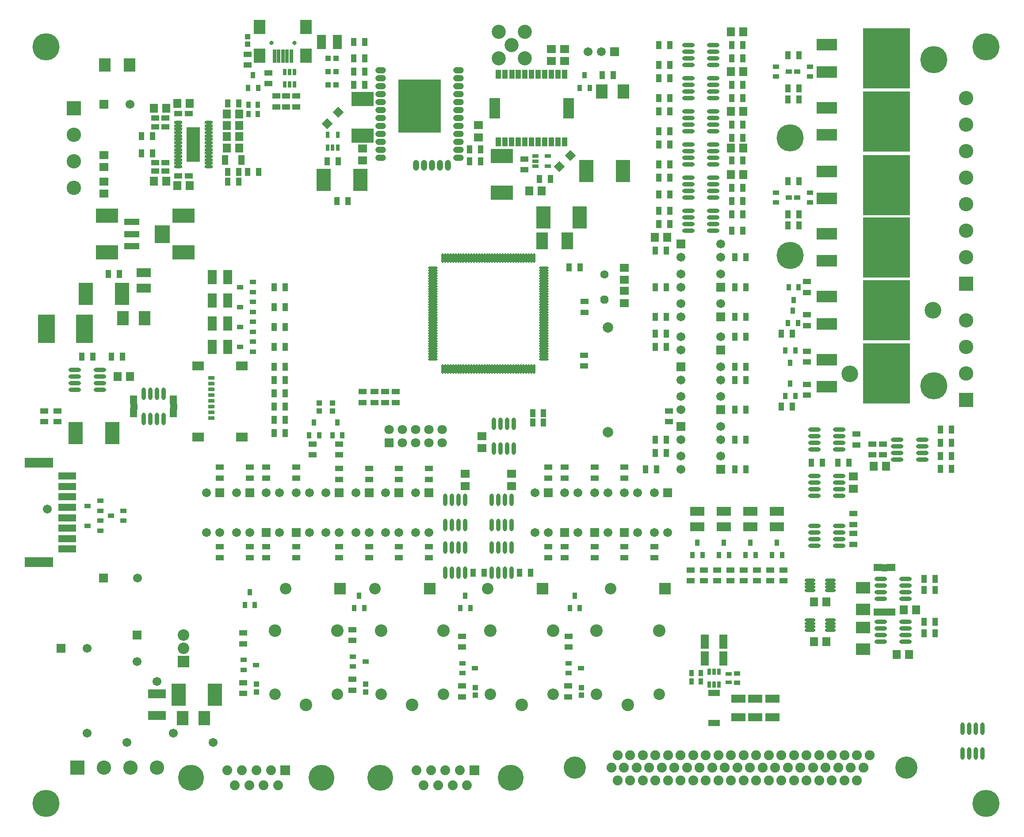
<source format=gts>
G04 Layer_Color=8388736*
%FSLAX24Y24*%
%MOIN*%
G70*
G01*
G75*
%ADD154C,0.0000*%
%ADD155R,0.0631X0.0415*%
%ADD156R,0.1025X0.2639*%
%ADD157O,0.0631X0.0257*%
%ADD158R,0.0612X0.0651*%
%ADD159R,0.0415X0.0592*%
%ADD160R,0.0592X0.0434*%
%ADD161R,0.0651X0.0612*%
%ADD162R,0.0454X0.0749*%
%ADD163R,0.0907X0.0986*%
%ADD164R,0.1143X0.0474*%
%ADD165R,0.1143X0.1379*%
%ADD166R,0.1694X0.1104*%
%ADD167O,0.0316X0.0946*%
%ADD168R,0.0592X0.0415*%
%ADD169R,0.0867X0.1064*%
%ADD170R,0.1580X0.0879*%
%ADD171R,0.3580X0.4580*%
%ADD172O,0.0828X0.0241*%
%ADD173O,0.0946X0.0316*%
%ADD174R,0.0395X0.0395*%
G04:AMPARAMS|DCode=175|XSize=47.4mil|YSize=80.8mil|CornerRadius=23.7mil|HoleSize=0mil|Usage=FLASHONLY|Rotation=90.000|XOffset=0mil|YOffset=0mil|HoleType=Round|Shape=RoundedRectangle|*
%AMROUNDEDRECTD175*
21,1,0.0474,0.0335,0,0,90.0*
21,1,0.0000,0.0808,0,0,90.0*
1,1,0.0474,0.0167,0.0000*
1,1,0.0474,0.0167,0.0000*
1,1,0.0474,-0.0167,0.0000*
1,1,0.0474,-0.0167,0.0000*
%
%ADD175ROUNDEDRECTD175*%
G04:AMPARAMS|DCode=176|XSize=47.4mil|YSize=80.8mil|CornerRadius=23.7mil|HoleSize=0mil|Usage=FLASHONLY|Rotation=180.000|XOffset=0mil|YOffset=0mil|HoleType=Round|Shape=RoundedRectangle|*
%AMROUNDEDRECTD176*
21,1,0.0474,0.0335,0,0,180.0*
21,1,0.0000,0.0808,0,0,180.0*
1,1,0.0474,0.0000,0.0167*
1,1,0.0474,0.0000,0.0167*
1,1,0.0474,0.0000,-0.0167*
1,1,0.0474,0.0000,-0.0167*
%
%ADD176ROUNDEDRECTD176*%
%ADD177R,0.3230X0.4017*%
%ADD178R,0.0671X0.1104*%
%ADD179R,0.0474X0.0316*%
%ADD180R,0.0828X0.1517*%
%ADD181R,0.0395X0.0671*%
%ADD182R,0.1104X0.1694*%
%ADD183O,0.0730X0.0198*%
%ADD184O,0.0198X0.0730*%
%ADD185R,0.0671X0.0572*%
%ADD186R,0.0572X0.0671*%
%ADD187R,0.1104X0.0671*%
%ADD188R,0.1340X0.0671*%
%ADD189R,0.0493X0.0316*%
%ADD190R,0.0867X0.0671*%
%ADD191P,0.0837X4X270.0*%
%ADD192R,0.0316X0.0474*%
%ADD193R,0.2167X0.0749*%
%ADD194R,0.1340X0.0552*%
%ADD195R,0.0907X0.1257*%
%ADD196R,0.1064X0.0867*%
%ADD197R,0.0395X0.0395*%
%ADD198R,0.1310X0.2180*%
%ADD199R,0.0474X0.0356*%
%ADD200R,0.0356X0.0474*%
%ADD201R,0.0375X0.0454*%
%ADD202R,0.0277X0.0986*%
%ADD203R,0.0454X0.0375*%
%ADD204R,0.0907X0.0474*%
%ADD205R,0.1104X0.0612*%
%ADD206R,0.0612X0.1104*%
%ADD207R,0.0454X0.0297*%
%ADD208R,0.0671X0.0671*%
%ADD209C,0.0671*%
%ADD210C,0.1080*%
%ADD211R,0.1080X0.1080*%
%ADD212C,0.0867*%
%ADD213C,0.0946*%
%ADD214C,0.2049*%
%ADD215R,0.0867X0.0867*%
%ADD216R,0.0671X0.0671*%
%ADD217R,0.1080X0.1080*%
%ADD218C,0.1064*%
%ADD219C,0.0789*%
%ADD220R,0.0867X0.0867*%
%ADD221C,0.0710*%
%ADD222R,0.0710X0.0710*%
%ADD223C,0.0631*%
%ADD224P,0.0683X8X112.5*%
%ADD225C,0.1954*%
%ADD226R,0.0745X0.0745*%
%ADD227C,0.0745*%
%ADD228C,0.1674*%
%ADD229C,0.0749*%
%ADD230C,0.0316*%
%ADD231C,0.0395*%
%ADD232C,0.1261*%
G36*
X7500Y27050D02*
X7000D01*
Y27450D01*
X7500D01*
Y27050D01*
D02*
G37*
G36*
X4500D02*
X4000D01*
Y27450D01*
X4500D01*
Y27050D01*
D02*
G37*
G36*
X61050Y14850D02*
X60650D01*
Y15350D01*
X61050D01*
Y14850D01*
D02*
G37*
G36*
Y11500D02*
X60650D01*
Y12000D01*
X61050D01*
Y11500D01*
D02*
G37*
D154*
X60650Y14850D02*
Y15350D01*
Y14850D02*
X61050D01*
Y15350D01*
X60650D02*
X61050D01*
Y11500D02*
Y12000D01*
X60650D02*
X61050D01*
X60650Y11500D02*
Y12000D01*
Y11500D02*
X61050D01*
X4000Y27050D02*
X4500D01*
Y27450D01*
X4000D02*
X4500D01*
X4000Y27050D02*
Y27450D01*
X7000Y27050D02*
X7500D01*
Y27450D01*
X7000D02*
X7500D01*
X7000Y27050D02*
Y27450D01*
D155*
X38200Y30306D02*
D03*
Y31094D02*
D03*
D156*
X8750Y47000D02*
D03*
D157*
X7589Y48663D02*
D03*
Y48407D02*
D03*
Y48152D02*
D03*
Y47896D02*
D03*
Y47640D02*
D03*
Y47384D02*
D03*
Y47128D02*
D03*
Y46872D02*
D03*
Y46616D02*
D03*
Y46360D02*
D03*
Y46104D02*
D03*
Y45848D02*
D03*
Y45593D02*
D03*
Y45337D02*
D03*
X9911Y48663D02*
D03*
Y48407D02*
D03*
Y48152D02*
D03*
Y47896D02*
D03*
Y47640D02*
D03*
Y47384D02*
D03*
Y47128D02*
D03*
Y46872D02*
D03*
Y46616D02*
D03*
Y46360D02*
D03*
Y46104D02*
D03*
Y45848D02*
D03*
Y45593D02*
D03*
Y45337D02*
D03*
D158*
X11287Y49300D02*
D03*
X12213D02*
D03*
X6713Y49750D02*
D03*
X5787D02*
D03*
X7537Y50100D02*
D03*
X8463D02*
D03*
X6713Y44250D02*
D03*
X5787D02*
D03*
X7537Y43900D02*
D03*
X8463D02*
D03*
X11287Y48450D02*
D03*
X12213D02*
D03*
X11287Y46750D02*
D03*
X12213D02*
D03*
X12213Y47600D02*
D03*
X11287D02*
D03*
X49287Y44750D02*
D03*
X50213D02*
D03*
X43537Y40000D02*
D03*
X44463D02*
D03*
X62300Y11900D02*
D03*
X63225D02*
D03*
X56463Y12500D02*
D03*
X55537D02*
D03*
X61787Y8550D02*
D03*
X62713D02*
D03*
X56463Y9500D02*
D03*
X55537D02*
D03*
X49287Y46750D02*
D03*
X50213D02*
D03*
Y49500D02*
D03*
X49287D02*
D03*
X60037Y22750D02*
D03*
X60963D02*
D03*
X50213Y55500D02*
D03*
X49287D02*
D03*
Y52500D02*
D03*
X50213D02*
D03*
X3963Y29500D02*
D03*
X3037D02*
D03*
X34087Y43500D02*
D03*
X35013D02*
D03*
D159*
X11337Y44950D02*
D03*
X12163D02*
D03*
X11337Y44200D02*
D03*
X12163D02*
D03*
X4837Y46350D02*
D03*
X5663D02*
D03*
X13663Y44950D02*
D03*
X12837D02*
D03*
X4837Y47650D02*
D03*
X5663D02*
D03*
X11337Y50100D02*
D03*
X12163D02*
D03*
X34163Y14700D02*
D03*
X33337D02*
D03*
X30663D02*
D03*
X29837D02*
D03*
X40413Y52250D02*
D03*
X39587D02*
D03*
X65913Y22550D02*
D03*
X65087D02*
D03*
X15663Y30250D02*
D03*
X14837D02*
D03*
X15663Y29250D02*
D03*
X14837D02*
D03*
X15663Y28250D02*
D03*
X14837D02*
D03*
X15663Y27250D02*
D03*
X14837D02*
D03*
X15663Y25250D02*
D03*
X14837D02*
D03*
X15663Y26250D02*
D03*
X14837D02*
D03*
X44663Y43250D02*
D03*
X43837D02*
D03*
X44663Y44500D02*
D03*
X43837D02*
D03*
X50163Y42750D02*
D03*
X49337D02*
D03*
X50163Y43750D02*
D03*
X49337D02*
D03*
X63837Y13400D02*
D03*
X64663D02*
D03*
X43837Y41000D02*
D03*
X44663D02*
D03*
X63837Y14250D02*
D03*
X64663D02*
D03*
X50163Y40500D02*
D03*
X49337D02*
D03*
X63837Y11000D02*
D03*
X64663D02*
D03*
X63837Y10150D02*
D03*
X64663D02*
D03*
X29587Y45750D02*
D03*
X30413D02*
D03*
X20837Y51500D02*
D03*
X21663D02*
D03*
X20837Y52500D02*
D03*
X21663D02*
D03*
X20837Y53500D02*
D03*
X21663D02*
D03*
X44663Y45500D02*
D03*
X43837D02*
D03*
X44663Y47000D02*
D03*
X43837D02*
D03*
X65913Y25500D02*
D03*
X65087D02*
D03*
X44663Y48000D02*
D03*
X43837D02*
D03*
X65087Y24500D02*
D03*
X65913D02*
D03*
X44663Y49500D02*
D03*
X43837D02*
D03*
X50163Y45800D02*
D03*
X49337D02*
D03*
X50163Y47500D02*
D03*
X49337D02*
D03*
X50163Y48500D02*
D03*
X49337D02*
D03*
X58163Y23000D02*
D03*
X57337D02*
D03*
X56163D02*
D03*
X55337D02*
D03*
X65913Y23500D02*
D03*
X65087D02*
D03*
X50413Y34000D02*
D03*
X49587D02*
D03*
X43587D02*
D03*
X44413D02*
D03*
X49587Y38500D02*
D03*
X50413D02*
D03*
X44413Y39000D02*
D03*
X43587D02*
D03*
X50413Y36250D02*
D03*
X49587D02*
D03*
X43587D02*
D03*
X44413D02*
D03*
X53087Y32750D02*
D03*
X53913D02*
D03*
X50163Y51500D02*
D03*
X49337D02*
D03*
X44663Y50500D02*
D03*
X43837D02*
D03*
X53913Y27250D02*
D03*
X53087D02*
D03*
X44663Y52000D02*
D03*
X43837D02*
D03*
X49337Y50500D02*
D03*
X50163D02*
D03*
X54413Y40900D02*
D03*
X53587D02*
D03*
Y41750D02*
D03*
X54413D02*
D03*
X53587Y44250D02*
D03*
X54413D02*
D03*
X50163Y53500D02*
D03*
X49337D02*
D03*
X54413Y50400D02*
D03*
X53587D02*
D03*
X44663Y53000D02*
D03*
X43837D02*
D03*
X53587Y51250D02*
D03*
X54413D02*
D03*
Y53750D02*
D03*
X53587D02*
D03*
X44663Y54500D02*
D03*
X43837D02*
D03*
X49337D02*
D03*
X50163D02*
D03*
X29587Y46650D02*
D03*
X30413D02*
D03*
X49337Y41750D02*
D03*
X50163D02*
D03*
X44663Y42000D02*
D03*
X43837D02*
D03*
X34837Y44400D02*
D03*
X35663D02*
D03*
X14837Y31750D02*
D03*
X15663D02*
D03*
X14837Y33250D02*
D03*
X15663D02*
D03*
X14837Y34750D02*
D03*
X15663D02*
D03*
X14837Y36250D02*
D03*
X15663D02*
D03*
X19587Y42750D02*
D03*
X20413D02*
D03*
X50413Y30250D02*
D03*
X49587D02*
D03*
X2587Y31000D02*
D03*
X3413D02*
D03*
X337D02*
D03*
X1163D02*
D03*
X50413Y27000D02*
D03*
X49587D02*
D03*
X43663Y22500D02*
D03*
X42837D02*
D03*
X50413D02*
D03*
X49587D02*
D03*
X43587Y23750D02*
D03*
X44413D02*
D03*
X49587Y24750D02*
D03*
X50413D02*
D03*
X44413D02*
D03*
X43587D02*
D03*
X50413Y29250D02*
D03*
X49587D02*
D03*
X44413Y31750D02*
D03*
X43587D02*
D03*
X50413Y32500D02*
D03*
X49587D02*
D03*
X43587Y32750D02*
D03*
X44413D02*
D03*
X20837Y54750D02*
D03*
X21663D02*
D03*
X2337Y37250D02*
D03*
X3163D02*
D03*
X37087Y37750D02*
D03*
X37913D02*
D03*
X18837Y45750D02*
D03*
X19663D02*
D03*
X34324Y26045D02*
D03*
X35151D02*
D03*
X34324Y26745D02*
D03*
X35151D02*
D03*
D160*
X7606Y49350D02*
D03*
X8394D02*
D03*
X6644Y49000D02*
D03*
X5856D02*
D03*
X6644Y45000D02*
D03*
X5856D02*
D03*
X7606Y44650D02*
D03*
X8394D02*
D03*
X5856Y45650D02*
D03*
X6644D02*
D03*
X5856Y48350D02*
D03*
X6644D02*
D03*
D161*
X2000Y43287D02*
D03*
Y44213D02*
D03*
Y46213D02*
D03*
Y45287D02*
D03*
X32750Y21237D02*
D03*
Y22163D02*
D03*
X30250Y47537D02*
D03*
Y48463D02*
D03*
X36750Y54213D02*
D03*
Y53287D02*
D03*
X35750D02*
D03*
Y54213D02*
D03*
X29250Y21237D02*
D03*
Y22163D02*
D03*
X30500Y24087D02*
D03*
Y25013D02*
D03*
X58500Y21037D02*
D03*
Y21963D02*
D03*
X41250Y35037D02*
D03*
Y35963D02*
D03*
Y36787D02*
D03*
Y37713D02*
D03*
X21500Y46713D02*
D03*
Y45787D02*
D03*
D162*
X12360Y45850D02*
D03*
X11140D02*
D03*
D163*
X3935Y53000D02*
D03*
X2065D02*
D03*
D164*
X4089Y41156D02*
D03*
Y40250D02*
D03*
Y39344D02*
D03*
D165*
X6411Y40250D02*
D03*
D166*
X8000Y38872D02*
D03*
Y41628D02*
D03*
X2250Y38872D02*
D03*
Y41628D02*
D03*
X32000Y46128D02*
D03*
Y43372D02*
D03*
X21500Y50428D02*
D03*
Y47672D02*
D03*
D167*
X31750Y14705D02*
D03*
X32250D02*
D03*
X31250D02*
D03*
X32750D02*
D03*
X31250Y16595D02*
D03*
X31750D02*
D03*
X32250D02*
D03*
X32750D02*
D03*
Y20195D02*
D03*
X32250D02*
D03*
X31750D02*
D03*
X31250D02*
D03*
X32750Y18305D02*
D03*
X32250D02*
D03*
X31750D02*
D03*
X31250D02*
D03*
X5000Y26305D02*
D03*
X5500D02*
D03*
X6000D02*
D03*
X6500D02*
D03*
X5000Y28195D02*
D03*
X5500D02*
D03*
X6000D02*
D03*
X6500D02*
D03*
X32900Y25945D02*
D03*
X32400D02*
D03*
X31900D02*
D03*
X31400D02*
D03*
X32900Y24055D02*
D03*
X32400D02*
D03*
X31900D02*
D03*
X31400D02*
D03*
X27750Y14705D02*
D03*
X29250D02*
D03*
X27750Y16595D02*
D03*
X28250D02*
D03*
X28750D02*
D03*
X29250D02*
D03*
Y20195D02*
D03*
X28750D02*
D03*
X28250D02*
D03*
X27750D02*
D03*
X29250Y18305D02*
D03*
X28750D02*
D03*
X28250D02*
D03*
X27750D02*
D03*
X28750Y14705D02*
D03*
X28250D02*
D03*
X66750Y1055D02*
D03*
X67250D02*
D03*
X67750D02*
D03*
X68250D02*
D03*
X66750Y2945D02*
D03*
X67250D02*
D03*
X67750D02*
D03*
X68250D02*
D03*
D168*
X55000Y35837D02*
D03*
Y36663D02*
D03*
Y30587D02*
D03*
Y31413D02*
D03*
X38250Y34337D02*
D03*
Y35163D02*
D03*
X22000Y21737D02*
D03*
Y22563D02*
D03*
X14250Y16663D02*
D03*
Y15837D02*
D03*
X22000D02*
D03*
Y16663D02*
D03*
X14250Y22663D02*
D03*
Y21837D02*
D03*
X20750Y10413D02*
D03*
Y9587D02*
D03*
Y6663D02*
D03*
Y5837D02*
D03*
X19750Y21737D02*
D03*
Y22563D02*
D03*
X19750Y15837D02*
D03*
Y16663D02*
D03*
X12500Y10163D02*
D03*
Y9337D02*
D03*
Y6413D02*
D03*
Y5587D02*
D03*
X55000Y33337D02*
D03*
Y34163D02*
D03*
Y28087D02*
D03*
Y28913D02*
D03*
X21500Y28363D02*
D03*
Y27537D02*
D03*
X22400Y28363D02*
D03*
Y27537D02*
D03*
X23200Y28363D02*
D03*
Y27537D02*
D03*
X24000Y28363D02*
D03*
Y27537D02*
D03*
X33700Y45913D02*
D03*
Y45087D02*
D03*
X-2500Y26913D02*
D03*
Y26087D02*
D03*
X-1500Y26913D02*
D03*
Y26087D02*
D03*
X16500Y16663D02*
D03*
Y15837D02*
D03*
Y22663D02*
D03*
Y21837D02*
D03*
X43500Y16663D02*
D03*
Y15837D02*
D03*
X44600Y26087D02*
D03*
Y26913D02*
D03*
X36750Y15837D02*
D03*
Y16663D02*
D03*
Y22663D02*
D03*
Y21837D02*
D03*
X41250Y15837D02*
D03*
Y16663D02*
D03*
Y22663D02*
D03*
Y21837D02*
D03*
X35500D02*
D03*
Y22663D02*
D03*
Y15837D02*
D03*
Y16663D02*
D03*
X39000Y15837D02*
D03*
Y16663D02*
D03*
Y22663D02*
D03*
Y21837D02*
D03*
X26500Y21737D02*
D03*
Y22563D02*
D03*
X26500Y15837D02*
D03*
Y16663D02*
D03*
X37050Y9913D02*
D03*
Y9087D02*
D03*
X37000Y6163D02*
D03*
Y5337D02*
D03*
X10750Y21837D02*
D03*
Y22663D02*
D03*
Y15837D02*
D03*
Y16663D02*
D03*
X17750Y24413D02*
D03*
Y23587D02*
D03*
X29000Y6163D02*
D03*
Y5337D02*
D03*
Y9913D02*
D03*
Y9087D02*
D03*
X24250Y15837D02*
D03*
Y16663D02*
D03*
X24250Y21737D02*
D03*
Y22563D02*
D03*
X19750Y24413D02*
D03*
Y23587D02*
D03*
X51250Y14087D02*
D03*
Y14913D02*
D03*
X50250D02*
D03*
Y14087D02*
D03*
X49250D02*
D03*
Y14913D02*
D03*
X48250D02*
D03*
Y14087D02*
D03*
X46250Y14913D02*
D03*
Y14087D02*
D03*
X53250D02*
D03*
Y14913D02*
D03*
X52250D02*
D03*
Y14087D02*
D03*
X47250D02*
D03*
Y14913D02*
D03*
X13000Y15837D02*
D03*
Y16663D02*
D03*
Y21837D02*
D03*
Y22663D02*
D03*
X58500Y16837D02*
D03*
Y17663D02*
D03*
Y18337D02*
D03*
Y19163D02*
D03*
X60750Y24413D02*
D03*
Y23587D02*
D03*
X59950Y24413D02*
D03*
Y23587D02*
D03*
X58750Y25163D02*
D03*
Y24337D02*
D03*
X15000Y49837D02*
D03*
Y50663D02*
D03*
X15750Y49837D02*
D03*
Y50663D02*
D03*
X16500Y49837D02*
D03*
Y50663D02*
D03*
X14400Y52413D02*
D03*
Y51587D02*
D03*
X12850Y52987D02*
D03*
Y53813D02*
D03*
D169*
X39523Y51000D02*
D03*
X41177D02*
D03*
X9577Y3750D02*
D03*
X7923D02*
D03*
X5077Y33900D02*
D03*
X3423D02*
D03*
X13748Y53699D02*
D03*
X17252D02*
D03*
Y55864D02*
D03*
X13748D02*
D03*
D170*
X56500Y38228D02*
D03*
Y40272D02*
D03*
Y49772D02*
D03*
Y47728D02*
D03*
Y33478D02*
D03*
Y35522D02*
D03*
Y30772D02*
D03*
Y28728D02*
D03*
Y42928D02*
D03*
Y44972D02*
D03*
Y54522D02*
D03*
Y52478D02*
D03*
D171*
X61000Y39250D02*
D03*
Y48750D02*
D03*
Y34500D02*
D03*
Y29750D02*
D03*
Y43950D02*
D03*
Y53500D02*
D03*
D172*
X56778Y13366D02*
D03*
Y13622D02*
D03*
Y13878D02*
D03*
Y14134D02*
D03*
X55222Y13366D02*
D03*
Y13622D02*
D03*
Y13878D02*
D03*
Y14134D02*
D03*
X56778Y10366D02*
D03*
Y10622D02*
D03*
Y10878D02*
D03*
Y11134D02*
D03*
X55222Y10366D02*
D03*
Y10622D02*
D03*
Y10878D02*
D03*
Y11134D02*
D03*
D173*
X60555Y14250D02*
D03*
Y13750D02*
D03*
Y13250D02*
D03*
Y12750D02*
D03*
X62445Y14250D02*
D03*
Y13750D02*
D03*
Y13250D02*
D03*
Y12750D02*
D03*
Y9500D02*
D03*
Y10000D02*
D03*
Y10500D02*
D03*
Y11000D02*
D03*
X60555Y9500D02*
D03*
Y10000D02*
D03*
Y10500D02*
D03*
Y11000D02*
D03*
X55555Y22000D02*
D03*
Y21500D02*
D03*
Y21000D02*
D03*
Y20500D02*
D03*
X57445Y22000D02*
D03*
Y21500D02*
D03*
Y21000D02*
D03*
Y20500D02*
D03*
X61805Y24750D02*
D03*
Y24250D02*
D03*
Y23750D02*
D03*
Y23250D02*
D03*
X63695Y24750D02*
D03*
Y24250D02*
D03*
Y23750D02*
D03*
Y23250D02*
D03*
X55555Y25500D02*
D03*
Y25000D02*
D03*
Y24500D02*
D03*
Y24000D02*
D03*
X57445Y25500D02*
D03*
Y25000D02*
D03*
Y24500D02*
D03*
Y24000D02*
D03*
X1695Y28500D02*
D03*
Y29000D02*
D03*
Y29500D02*
D03*
Y30000D02*
D03*
X-195Y28500D02*
D03*
Y29000D02*
D03*
Y29500D02*
D03*
Y30000D02*
D03*
X47945Y43000D02*
D03*
Y43500D02*
D03*
Y44000D02*
D03*
Y44500D02*
D03*
X46055Y43000D02*
D03*
Y43500D02*
D03*
Y44000D02*
D03*
Y44500D02*
D03*
X47945Y40500D02*
D03*
Y41000D02*
D03*
Y41500D02*
D03*
Y42000D02*
D03*
X46055Y40500D02*
D03*
Y41000D02*
D03*
Y41500D02*
D03*
Y42000D02*
D03*
X47945Y45500D02*
D03*
Y46000D02*
D03*
Y46500D02*
D03*
Y47000D02*
D03*
X46055Y45500D02*
D03*
Y46000D02*
D03*
Y46500D02*
D03*
Y47000D02*
D03*
X47945Y48000D02*
D03*
Y48500D02*
D03*
Y49000D02*
D03*
Y49500D02*
D03*
X46055Y48000D02*
D03*
Y48500D02*
D03*
Y49000D02*
D03*
Y49500D02*
D03*
Y52000D02*
D03*
Y51500D02*
D03*
Y51000D02*
D03*
Y50500D02*
D03*
X47945Y52000D02*
D03*
Y51500D02*
D03*
Y51000D02*
D03*
Y50500D02*
D03*
Y53000D02*
D03*
Y53500D02*
D03*
Y54000D02*
D03*
Y54500D02*
D03*
X46055Y53000D02*
D03*
Y53500D02*
D03*
Y54000D02*
D03*
Y54500D02*
D03*
X57445Y16750D02*
D03*
Y17250D02*
D03*
Y17750D02*
D03*
Y18250D02*
D03*
X55555Y16750D02*
D03*
Y17250D02*
D03*
Y17750D02*
D03*
Y18250D02*
D03*
D174*
X21750Y5705D02*
D03*
Y6295D02*
D03*
X13500D02*
D03*
Y5705D02*
D03*
X38000Y5455D02*
D03*
Y6045D02*
D03*
X18250Y26905D02*
D03*
Y27495D02*
D03*
X30000Y5455D02*
D03*
Y6045D02*
D03*
X19250Y26905D02*
D03*
Y27495D02*
D03*
X12850Y55145D02*
D03*
Y54555D02*
D03*
D175*
X28727Y50800D02*
D03*
Y49000D02*
D03*
Y50200D02*
D03*
Y51400D02*
D03*
X22873Y46000D02*
D03*
Y46600D02*
D03*
Y47200D02*
D03*
Y47800D02*
D03*
Y48400D02*
D03*
Y49000D02*
D03*
Y49600D02*
D03*
Y50200D02*
D03*
Y50800D02*
D03*
Y51400D02*
D03*
Y52000D02*
D03*
Y52600D02*
D03*
X28727D02*
D03*
Y52000D02*
D03*
Y49600D02*
D03*
Y48400D02*
D03*
Y47800D02*
D03*
Y47200D02*
D03*
Y46600D02*
D03*
Y46000D02*
D03*
D176*
X27948Y45421D02*
D03*
X27348D02*
D03*
X26748D02*
D03*
X26148D02*
D03*
X25548D02*
D03*
D177*
X25800Y49898D02*
D03*
D178*
X18409Y54750D02*
D03*
X19591D02*
D03*
X11341Y31750D02*
D03*
X10159D02*
D03*
X11341Y33500D02*
D03*
X10159D02*
D03*
X11341Y35250D02*
D03*
X10159D02*
D03*
X11341Y37000D02*
D03*
X10159D02*
D03*
D179*
X35472Y46124D02*
D03*
Y45376D02*
D03*
X34528D02*
D03*
Y45750D02*
D03*
Y46124D02*
D03*
D180*
X37026Y49750D02*
D03*
X31474D02*
D03*
D181*
X31750Y52309D02*
D03*
X32250D02*
D03*
X32759D02*
D03*
X33250D02*
D03*
X33750D02*
D03*
X34250D02*
D03*
X34750D02*
D03*
X35250D02*
D03*
X35750D02*
D03*
X36250D02*
D03*
X36750D02*
D03*
Y47191D02*
D03*
X36250D02*
D03*
X35750D02*
D03*
X35250D02*
D03*
X34750D02*
D03*
X34250D02*
D03*
X33750D02*
D03*
X33250D02*
D03*
X32750D02*
D03*
X32250D02*
D03*
X31750D02*
D03*
D182*
X38372Y45000D02*
D03*
X41128D02*
D03*
X7622Y5500D02*
D03*
X10378D02*
D03*
X3378Y35750D02*
D03*
X622D02*
D03*
X-128Y25250D02*
D03*
X2628D02*
D03*
X21328Y44350D02*
D03*
X18572D02*
D03*
X37878Y41500D02*
D03*
X35122D02*
D03*
D183*
X35161Y30800D02*
D03*
Y30997D02*
D03*
Y31194D02*
D03*
Y31391D02*
D03*
Y31588D02*
D03*
Y31785D02*
D03*
Y31981D02*
D03*
Y32178D02*
D03*
Y32375D02*
D03*
Y32572D02*
D03*
Y32769D02*
D03*
Y32966D02*
D03*
Y33163D02*
D03*
Y33359D02*
D03*
Y33556D02*
D03*
Y33753D02*
D03*
Y33950D02*
D03*
Y34147D02*
D03*
Y34344D02*
D03*
Y34541D02*
D03*
Y34737D02*
D03*
Y34934D02*
D03*
Y35131D02*
D03*
Y35328D02*
D03*
Y35525D02*
D03*
Y35722D02*
D03*
Y35919D02*
D03*
Y36115D02*
D03*
Y36312D02*
D03*
Y36509D02*
D03*
Y36706D02*
D03*
Y36903D02*
D03*
Y37100D02*
D03*
Y37296D02*
D03*
Y37493D02*
D03*
Y37690D02*
D03*
X26815D02*
D03*
Y37493D02*
D03*
Y37296D02*
D03*
Y37100D02*
D03*
Y36903D02*
D03*
Y36706D02*
D03*
Y36509D02*
D03*
Y36312D02*
D03*
Y36115D02*
D03*
Y35919D02*
D03*
Y35722D02*
D03*
Y35525D02*
D03*
Y35328D02*
D03*
Y35131D02*
D03*
Y34934D02*
D03*
Y34737D02*
D03*
Y34541D02*
D03*
Y34344D02*
D03*
Y34147D02*
D03*
Y33950D02*
D03*
Y33753D02*
D03*
Y33556D02*
D03*
Y33359D02*
D03*
Y33163D02*
D03*
Y32966D02*
D03*
Y32769D02*
D03*
Y32572D02*
D03*
Y32375D02*
D03*
Y32178D02*
D03*
Y31981D02*
D03*
Y31785D02*
D03*
Y31588D02*
D03*
Y31391D02*
D03*
Y31194D02*
D03*
Y30997D02*
D03*
Y30800D02*
D03*
D184*
X34433Y38419D02*
D03*
X34236D02*
D03*
X34039D02*
D03*
X33842D02*
D03*
X33645D02*
D03*
X33448D02*
D03*
X33252D02*
D03*
X33055D02*
D03*
X32858D02*
D03*
X32661D02*
D03*
X32464D02*
D03*
X32267D02*
D03*
X32070D02*
D03*
X31874D02*
D03*
X31677D02*
D03*
X31480D02*
D03*
X31283D02*
D03*
X31086D02*
D03*
X30889D02*
D03*
X30693D02*
D03*
X30496D02*
D03*
X30299D02*
D03*
X30102D02*
D03*
X29905D02*
D03*
X29708D02*
D03*
X29511D02*
D03*
X29315D02*
D03*
X29118D02*
D03*
X28921D02*
D03*
X28724D02*
D03*
X28527D02*
D03*
X28330D02*
D03*
X28133D02*
D03*
X27937D02*
D03*
X27740D02*
D03*
X27543D02*
D03*
Y30072D02*
D03*
X27740D02*
D03*
X27937D02*
D03*
X28133D02*
D03*
X28330D02*
D03*
X28527D02*
D03*
X28724D02*
D03*
X28921D02*
D03*
X29118D02*
D03*
X29315D02*
D03*
X29511D02*
D03*
X29708D02*
D03*
X29905D02*
D03*
X30102D02*
D03*
X30299D02*
D03*
X30496D02*
D03*
X30693D02*
D03*
X30889D02*
D03*
X31086D02*
D03*
X31283D02*
D03*
X31480D02*
D03*
X31677D02*
D03*
X31874D02*
D03*
X32070D02*
D03*
X32267D02*
D03*
X32464D02*
D03*
X32661D02*
D03*
X32858D02*
D03*
X33055D02*
D03*
X33252D02*
D03*
X33448D02*
D03*
X33645D02*
D03*
X33842D02*
D03*
X34039D02*
D03*
X34236D02*
D03*
X34433D02*
D03*
D185*
X61342Y15100D02*
D03*
X60358D02*
D03*
Y11750D02*
D03*
X61342D02*
D03*
D186*
X4250Y27742D02*
D03*
Y26758D02*
D03*
X7250Y27742D02*
D03*
Y26758D02*
D03*
D187*
X5000Y36159D02*
D03*
Y37341D02*
D03*
X50750Y19341D02*
D03*
Y18159D02*
D03*
X48750Y19341D02*
D03*
Y18159D02*
D03*
X46750Y19341D02*
D03*
Y18159D02*
D03*
X52750Y19341D02*
D03*
Y18159D02*
D03*
D188*
X6000Y3923D02*
D03*
Y5577D02*
D03*
D189*
X10089Y29406D02*
D03*
Y28973D02*
D03*
Y28540D02*
D03*
Y28107D02*
D03*
Y27674D02*
D03*
Y27241D02*
D03*
Y26808D02*
D03*
Y26375D02*
D03*
D190*
X12400Y30300D02*
D03*
Y24946D02*
D03*
X9093Y30300D02*
D03*
Y24946D02*
D03*
D191*
X19668Y49418D02*
D03*
X18832Y48582D02*
D03*
X36332Y45332D02*
D03*
X37168Y46168D02*
D03*
D192*
X18876Y47722D02*
D03*
X19624D02*
D03*
Y46778D02*
D03*
X19250D02*
D03*
X18876D02*
D03*
X16374Y52472D02*
D03*
X16000D02*
D03*
X15626D02*
D03*
Y51528D02*
D03*
X16374D02*
D03*
X16000D02*
D03*
X48000Y6278D02*
D03*
X48374D02*
D03*
X47626D02*
D03*
Y7222D02*
D03*
X48000D02*
D03*
X48374D02*
D03*
D193*
X-2907Y23010D02*
D03*
Y15490D02*
D03*
D194*
X-750Y22000D02*
D03*
Y21213D02*
D03*
Y20425D02*
D03*
Y19638D02*
D03*
Y18850D02*
D03*
Y18063D02*
D03*
Y17276D02*
D03*
Y16488D02*
D03*
D195*
X36947Y39750D02*
D03*
X35053D02*
D03*
D196*
X59250Y10577D02*
D03*
Y8923D02*
D03*
Y11923D02*
D03*
Y13577D02*
D03*
D197*
X18905Y51500D02*
D03*
X19495D02*
D03*
Y52500D02*
D03*
X18905D02*
D03*
Y53500D02*
D03*
X19495D02*
D03*
D198*
X-2322Y33100D02*
D03*
X522D02*
D03*
D199*
X12278Y31750D02*
D03*
X13222Y32124D02*
D03*
Y31376D02*
D03*
Y32876D02*
D03*
Y33624D02*
D03*
X12278Y33250D02*
D03*
Y34750D02*
D03*
X13222Y35124D02*
D03*
Y34376D02*
D03*
Y35876D02*
D03*
Y36624D02*
D03*
X12278Y36250D02*
D03*
X37972Y7500D02*
D03*
X37028Y7126D02*
D03*
Y7874D02*
D03*
X21722Y8000D02*
D03*
X20778Y7626D02*
D03*
Y8374D02*
D03*
X13472Y7750D02*
D03*
X12528Y7376D02*
D03*
Y8124D02*
D03*
X52678Y43374D02*
D03*
Y42626D02*
D03*
X53622Y43000D02*
D03*
Y52500D02*
D03*
X52678Y52126D02*
D03*
Y52874D02*
D03*
X1722Y17876D02*
D03*
Y18624D02*
D03*
X778Y18250D02*
D03*
Y19750D02*
D03*
X1722Y20124D02*
D03*
Y19376D02*
D03*
X3472Y18626D02*
D03*
Y19374D02*
D03*
X2528Y19000D02*
D03*
X29028Y7874D02*
D03*
Y7126D02*
D03*
X29972Y7500D02*
D03*
X54278Y43000D02*
D03*
X55222Y43374D02*
D03*
Y42626D02*
D03*
X54278Y52500D02*
D03*
X55222Y52874D02*
D03*
Y52126D02*
D03*
D200*
X19600Y26022D02*
D03*
X19974Y25078D02*
D03*
X19226D02*
D03*
X17476D02*
D03*
X18224D02*
D03*
X17850Y26022D02*
D03*
X37126Y12028D02*
D03*
X37874D02*
D03*
X37500Y12972D02*
D03*
X20876Y12028D02*
D03*
X21624D02*
D03*
X21250Y12972D02*
D03*
X12626Y12278D02*
D03*
X13374D02*
D03*
X13000Y13222D02*
D03*
X37876Y51278D02*
D03*
X38624D02*
D03*
X38250Y52222D02*
D03*
X53750Y28972D02*
D03*
X54124Y28028D02*
D03*
X53376D02*
D03*
X29250Y12972D02*
D03*
X29624Y12028D02*
D03*
X28876D02*
D03*
X50376Y16028D02*
D03*
X51124D02*
D03*
X50750Y16972D02*
D03*
X48750D02*
D03*
X49124Y16028D02*
D03*
X48376D02*
D03*
X46376D02*
D03*
X47124D02*
D03*
X46750Y16972D02*
D03*
X52750D02*
D03*
X53124Y16028D02*
D03*
X52376D02*
D03*
X53950Y34472D02*
D03*
X54324Y33528D02*
D03*
X53576D02*
D03*
X54124Y31472D02*
D03*
X53376D02*
D03*
X53750Y30528D02*
D03*
X54374Y36222D02*
D03*
X53626D02*
D03*
X54000Y35278D02*
D03*
X13250Y52222D02*
D03*
X13624Y51278D02*
D03*
X12876D02*
D03*
D201*
X12896Y49300D02*
D03*
X13604D02*
D03*
X13604Y50000D02*
D03*
X12896D02*
D03*
X47004Y7150D02*
D03*
X46296D02*
D03*
X47004Y6500D02*
D03*
X46296D02*
D03*
D202*
X14870Y53659D02*
D03*
X15185D02*
D03*
X15500D02*
D03*
X15815D02*
D03*
X16130D02*
D03*
D203*
X49750Y6396D02*
D03*
Y7104D02*
D03*
D204*
X48000Y3358D02*
D03*
Y5642D02*
D03*
D205*
X49850Y5199D02*
D03*
Y3801D02*
D03*
X51100Y5199D02*
D03*
Y3801D02*
D03*
X52400Y5199D02*
D03*
Y3801D02*
D03*
D206*
X47301Y8250D02*
D03*
X48699D02*
D03*
X47301Y9500D02*
D03*
X48699D02*
D03*
D207*
X49100Y7065D02*
D03*
Y6435D02*
D03*
D208*
X2016Y50050D02*
D03*
X48500Y34000D02*
D03*
X45500Y39500D02*
D03*
X48500Y36250D02*
D03*
Y27000D02*
D03*
Y22500D02*
D03*
X45500Y25750D02*
D03*
Y30250D02*
D03*
X48500Y31500D02*
D03*
X-1234Y9000D02*
D03*
X40500Y54000D02*
D03*
X1970Y14300D02*
D03*
D209*
X3984Y50050D02*
D03*
X21000Y20750D02*
D03*
X22000Y17750D02*
D03*
X21000D02*
D03*
X15250Y20750D02*
D03*
X14250D02*
D03*
X15250Y17750D02*
D03*
X18750Y20750D02*
D03*
X19750Y17750D02*
D03*
X18750D02*
D03*
X45500Y35000D02*
D03*
Y34000D02*
D03*
X48500Y35000D02*
D03*
X45500Y38500D02*
D03*
X48500Y39500D02*
D03*
Y38500D02*
D03*
X45500Y37250D02*
D03*
Y36250D02*
D03*
X48500Y37250D02*
D03*
X17500Y20750D02*
D03*
X16500D02*
D03*
X17500Y17750D02*
D03*
X48500Y28000D02*
D03*
X45500Y27000D02*
D03*
Y28000D02*
D03*
X43500Y17750D02*
D03*
X44500D02*
D03*
X43500Y20750D02*
D03*
X37750Y17750D02*
D03*
X36750Y20750D02*
D03*
X37750D02*
D03*
X42250D02*
D03*
X41250D02*
D03*
X42250Y17750D02*
D03*
X48500Y23500D02*
D03*
X45500Y22500D02*
D03*
Y23500D02*
D03*
X34500Y17750D02*
D03*
X35500D02*
D03*
X34500Y20750D02*
D03*
X40000Y17750D02*
D03*
X39000Y20750D02*
D03*
X40000D02*
D03*
X48500Y24750D02*
D03*
Y25750D02*
D03*
X45500Y24750D02*
D03*
Y29250D02*
D03*
X48500Y30250D02*
D03*
Y29250D02*
D03*
X45500Y32500D02*
D03*
Y31500D02*
D03*
X48500Y32500D02*
D03*
X25500Y20750D02*
D03*
X26500Y17750D02*
D03*
X25500D02*
D03*
X9750D02*
D03*
X10750D02*
D03*
X9750Y20750D02*
D03*
X7250Y2600D02*
D03*
X10250Y1900D02*
D03*
X4500Y8016D02*
D03*
X750Y2600D02*
D03*
X3750Y1900D02*
D03*
X734Y9000D02*
D03*
X38500Y54000D02*
D03*
X39500D02*
D03*
X23250Y20750D02*
D03*
X24250Y17750D02*
D03*
X23250D02*
D03*
X12000D02*
D03*
X13000D02*
D03*
X12000Y20750D02*
D03*
X4530Y14300D02*
D03*
X6000Y6500D02*
D03*
X-2250Y19500D02*
D03*
D210*
X-250Y43750D02*
D03*
Y47750D02*
D03*
Y45750D02*
D03*
X4000Y0D02*
D03*
X2000D02*
D03*
X6000D02*
D03*
X67000Y50500D02*
D03*
Y48500D02*
D03*
Y40500D02*
D03*
Y38500D02*
D03*
Y42500D02*
D03*
Y44500D02*
D03*
Y46500D02*
D03*
Y31750D02*
D03*
Y29750D02*
D03*
Y33750D02*
D03*
D211*
X-250Y49750D02*
D03*
X67000Y36500D02*
D03*
Y27750D02*
D03*
D212*
X35862Y5537D02*
D03*
X31138D02*
D03*
X15691Y13500D02*
D03*
X22441D02*
D03*
X8000Y9000D02*
D03*
Y10000D02*
D03*
X40191Y13500D02*
D03*
X22888Y5537D02*
D03*
X27612D02*
D03*
X19612D02*
D03*
X14888D02*
D03*
X30941Y13500D02*
D03*
X39138Y5537D02*
D03*
X43862D02*
D03*
D213*
X35862Y10341D02*
D03*
X31138D02*
D03*
X33500Y4750D02*
D03*
X25250D02*
D03*
X22888Y10341D02*
D03*
X27612D02*
D03*
X19612D02*
D03*
X14888D02*
D03*
X17250Y4750D02*
D03*
X41500D02*
D03*
X39138Y10341D02*
D03*
X43862D02*
D03*
D214*
X64567Y53398D02*
D03*
Y28791D02*
D03*
X53740Y38634D02*
D03*
Y47492D02*
D03*
X68504Y-2705D02*
D03*
X-2362D02*
D03*
X68504Y54382D02*
D03*
X-2362D02*
D03*
D215*
X19809Y13500D02*
D03*
X26559D02*
D03*
X44309D02*
D03*
X35059D02*
D03*
D216*
X22000Y20750D02*
D03*
X14250Y17750D02*
D03*
X19750Y20750D02*
D03*
X16500Y17750D02*
D03*
X44500Y20750D02*
D03*
X36750Y17750D02*
D03*
X41250D02*
D03*
X35500Y20750D02*
D03*
X39000Y17750D02*
D03*
X26500Y20750D02*
D03*
X10750D02*
D03*
X4500Y9984D02*
D03*
X24250Y20750D02*
D03*
X13000D02*
D03*
D217*
X0Y0D02*
D03*
D218*
X32750Y54500D02*
D03*
X33734Y53516D02*
D03*
Y55484D02*
D03*
X31766D02*
D03*
Y53516D02*
D03*
D219*
X40000Y33187D02*
D03*
Y25313D02*
D03*
D220*
X8000Y8000D02*
D03*
D221*
X27500Y25500D02*
D03*
Y24500D02*
D03*
X26500Y25500D02*
D03*
Y24500D02*
D03*
X25500Y25500D02*
D03*
Y24500D02*
D03*
X24500Y25500D02*
D03*
Y24500D02*
D03*
X23500Y25500D02*
D03*
D222*
Y24500D02*
D03*
D223*
X39750Y37211D02*
D03*
D224*
Y35289D02*
D03*
D225*
X8581Y-760D02*
D03*
X18419D02*
D03*
X22831D02*
D03*
X32669D02*
D03*
D226*
X15681Y-201D02*
D03*
X29931D02*
D03*
D227*
X15136Y-1319D02*
D03*
X14591Y-201D02*
D03*
X14045Y-1319D02*
D03*
X13500Y-201D02*
D03*
X12955Y-1319D02*
D03*
X12409Y-201D02*
D03*
X11864Y-1319D02*
D03*
X11319Y-201D02*
D03*
X29386Y-1319D02*
D03*
X28841Y-201D02*
D03*
X28295Y-1319D02*
D03*
X27750Y-201D02*
D03*
X27205Y-1319D02*
D03*
X26659Y-201D02*
D03*
X26114Y-1319D02*
D03*
X25569Y-201D02*
D03*
D228*
X62500Y0D02*
D03*
X37500D02*
D03*
D229*
X40732Y-950D02*
D03*
X41682D02*
D03*
X42632D02*
D03*
X43582D02*
D03*
X44532D02*
D03*
X45482D02*
D03*
X46432D02*
D03*
X47382D02*
D03*
X48332D02*
D03*
X49282D02*
D03*
X50232D02*
D03*
X51182D02*
D03*
X52132D02*
D03*
X53082D02*
D03*
X54032D02*
D03*
X54982D02*
D03*
X55932D02*
D03*
X56882D02*
D03*
X57832D02*
D03*
X58782D02*
D03*
X40256Y0D02*
D03*
X41206D02*
D03*
X42156D02*
D03*
X43106D02*
D03*
X44056D02*
D03*
X45006D02*
D03*
X45956D02*
D03*
X46906D02*
D03*
X47856D02*
D03*
X48806D02*
D03*
X49756D02*
D03*
X50706D02*
D03*
X51656D02*
D03*
X52606D02*
D03*
X53556D02*
D03*
X54506D02*
D03*
X55456D02*
D03*
X56406D02*
D03*
X57356D02*
D03*
X58306D02*
D03*
X59256D02*
D03*
X40732Y949D02*
D03*
X41682D02*
D03*
X42632D02*
D03*
X43582D02*
D03*
X44532D02*
D03*
X45482D02*
D03*
X46432D02*
D03*
X47382D02*
D03*
X48332D02*
D03*
X49282D02*
D03*
X50232D02*
D03*
X51182D02*
D03*
X52132D02*
D03*
X53082D02*
D03*
X54032D02*
D03*
X54982D02*
D03*
X55932D02*
D03*
X56882D02*
D03*
X57832D02*
D03*
X58782D02*
D03*
X59732D02*
D03*
D230*
X16366Y54683D02*
D03*
X14634D02*
D03*
D231*
X8533Y48083D02*
D03*
X8967D02*
D03*
X8533Y47650D02*
D03*
X8967D02*
D03*
X8533Y47217D02*
D03*
X8967D02*
D03*
X8533Y46783D02*
D03*
X8967D02*
D03*
X8533Y46350D02*
D03*
X8967D02*
D03*
X8533Y45917D02*
D03*
X8967D02*
D03*
D232*
X58250Y29700D02*
D03*
X64500Y34500D02*
D03*
M02*

</source>
